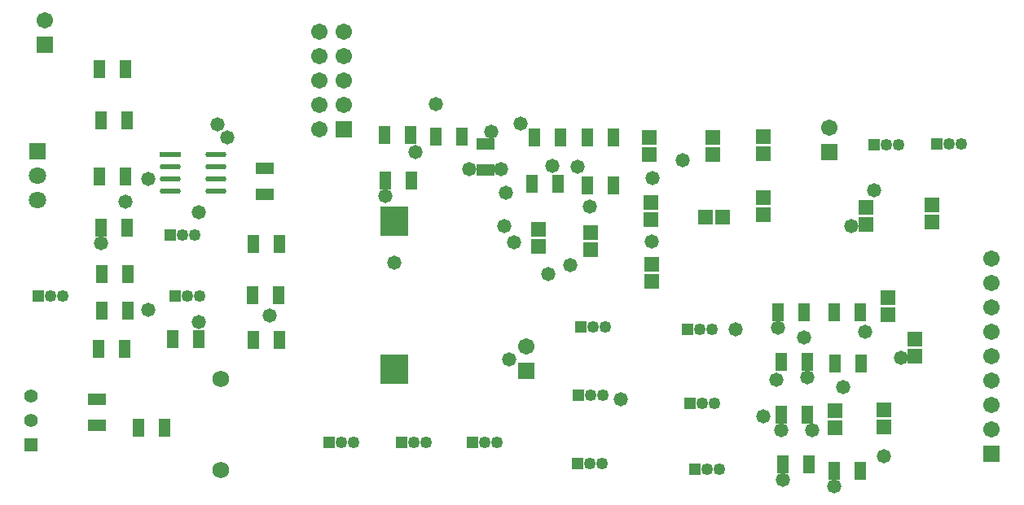
<source format=gts>
%FSTAX23Y23*%
%MOIN*%
%SFA1B1*%

%IPPOS*%
%AMD19*
4,1,8,0.031300,0.011500,-0.031300,0.011500,-0.042800,0.000000,-0.042800,0.000000,-0.031300,-0.011500,0.031300,-0.011500,0.042800,0.000000,0.042800,0.000000,0.031300,0.011500,0.0*
1,1,0.022960,0.031300,0.000000*
1,1,0.022960,-0.031300,0.000000*
1,1,0.022960,-0.031300,0.000000*
1,1,0.022960,0.031300,0.000000*
%
G04~CAMADD=19~8~0.0~0.0~855.9~229.7~114.8~0.0~15~0.0~0.0~0.0~0.0~0~0.0~0.0~0.0~0.0~0~0.0~0.0~0.0~0.0~855.9~229.7*
%ADD19D19*%
%ADD20R,0.085590X0.022970*%
%ADD21R,0.063120X0.063120*%
%ADD22R,0.051310X0.074930*%
%ADD23R,0.063120X0.063120*%
%ADD24R,0.074930X0.051310*%
%ADD25R,0.117840X0.122960*%
%ADD26C,0.049340*%
%ADD27R,0.049340X0.049340*%
%ADD28R,0.067060X0.067060*%
%ADD29C,0.067060*%
%ADD30C,0.069020*%
%ADD31C,0.070990*%
%ADD32R,0.070990X0.070990*%
%ADD33R,0.055240X0.055240*%
%ADD34C,0.055240*%
%ADD35C,0.058000*%
%LNpcb1-1*%
%LPD*%
G54D19*
X01956Y02425D03*
Y02375D03*
Y02325D03*
Y02275D03*
X0177D03*
Y02325D03*
Y02375D03*
G54D20*
X0177Y02425D03*
G54D21*
X04885Y02149D03*
Y0222D03*
X04615Y02139D03*
Y0221D03*
X04815Y01599D03*
Y0167D03*
X04705Y01769D03*
Y0184D03*
X0469Y01309D03*
Y0138D03*
X0449Y01304D03*
Y01375D03*
X04195Y02179D03*
Y0225D03*
Y02429D03*
Y025D03*
X0399Y02424D03*
Y02495D03*
X0374Y01904D03*
Y01975D03*
X0349Y02034D03*
Y02105D03*
X03275Y02049D03*
Y0212D03*
X03735Y02159D03*
Y0223D03*
X0373Y02424D03*
Y02495D03*
G54D22*
X04591Y0113D03*
X04485D03*
X04596Y0157D03*
X0449D03*
X04591Y0178D03*
X04485D03*
X04381Y01155D03*
X04275D03*
X04376Y0136D03*
X0427D03*
X04376Y01575D03*
X0427D03*
X04363Y0178D03*
X04256D03*
X03581Y023D03*
X03475D03*
X03581Y02495D03*
X03475D03*
X03356Y02305D03*
X0325D03*
X03366Y02495D03*
X0326D03*
X02961Y025D03*
X02855D03*
X02755Y0232D03*
X02648D03*
X02753Y02504D03*
X02646D03*
X01586Y02775D03*
X0148D03*
X02216Y0206D03*
X0211D03*
X02211Y0185D03*
X02105D03*
X02216Y01665D03*
X0211D03*
X01591Y02565D03*
X01485D03*
X01586Y02335D03*
X0148D03*
X01591Y02125D03*
X01485D03*
X01596Y01935D03*
X0149D03*
X01886Y0167D03*
X0178D03*
X01746Y01305D03*
X0164D03*
X01581Y0163D03*
X01475D03*
X01596Y01785D03*
X0149D03*
G54D23*
X0396Y0217D03*
X0403D03*
G54D24*
X0306Y0247D03*
Y02363D03*
X02155Y0237D03*
Y02263D03*
X0147Y01423D03*
Y01316D03*
G54D25*
X02685Y01547D03*
Y02152D03*
G54D26*
X03995Y01405D03*
X03945D03*
X03485Y0116D03*
X03535D03*
X04955Y0247D03*
X05005D03*
X047Y02465D03*
X0475D03*
X035Y0172D03*
X0355D03*
X03935Y0171D03*
X03985D03*
X03965Y01135D03*
X04015D03*
X03055Y01245D03*
X03105D03*
X02765D03*
X02815D03*
X0247D03*
X0252D03*
X0349Y0144D03*
X0354D03*
X0182Y02095D03*
X0187D03*
X0184Y01845D03*
X0189D03*
X0128D03*
X0133D03*
G54D27*
X03895Y01405D03*
X03435Y0116D03*
X04905Y0247D03*
X0465Y02465D03*
X0345Y0172D03*
X03885Y0171D03*
X03915Y01135D03*
X03005Y01245D03*
X02715D03*
X0242D03*
X0344Y0144D03*
X0177Y02095D03*
X0179Y01845D03*
X0123D03*
G54D28*
X04465Y02435D03*
X0513Y012D03*
X02478Y0253D03*
X03225Y0154D03*
X01255Y02875D03*
G54D29*
X04465Y02535D03*
X0513Y014D03*
Y015D03*
Y016D03*
Y017D03*
Y018D03*
Y019D03*
Y02D03*
Y013D03*
X02378Y0293D03*
X02478D03*
X02378Y0283D03*
X02478D03*
X02378Y0273D03*
X02478D03*
X02378Y0263D03*
X02478D03*
X02378Y0253D03*
X03225Y0164D03*
X01255Y02975D03*
G54D30*
X01975Y01132D03*
Y01507D03*
G54D31*
X01225Y0224D03*
Y0234D03*
G54D32*
X01225Y0244D03*
G54D33*
X012Y01235D03*
G54D34*
X012Y01335D03*
Y01435D03*
G54D35*
X04758Y01593D03*
X01885Y0219D03*
X01679Y0179D03*
X04363Y01675D03*
X04396Y01297D03*
X0425Y01501D03*
X03155Y01585D03*
X0168Y02325D03*
X01586Y02231D03*
X01886Y0174D03*
X02003Y02494D03*
X03744Y02328D03*
X0374Y02069D03*
X02771Y02434D03*
X03614Y01422D03*
X03405Y01972D03*
X01963Y02549D03*
X0469Y01188D03*
X04376Y01512D03*
X03204Y02551D03*
X03123Y02364D03*
X03436Y02377D03*
X04524Y01472D03*
X04556Y02133D03*
X04611Y017D03*
X04084Y0171D03*
X03485Y02211D03*
X03867Y02403D03*
X03137Y02133D03*
X03315Y01935D03*
X03081Y0252D03*
X03334Y0238D03*
X03177Y02065D03*
X04485Y01067D03*
X04197Y01351D03*
X03144Y0227D03*
X02649Y02257D03*
X02855Y02631D03*
X02685Y01983D03*
X02991Y02365D03*
X01485Y02063D03*
X02175Y01764D03*
X0465Y02279D03*
X04257Y01717D03*
X0427Y01297D03*
X04275Y01092D03*
M02*
</source>
